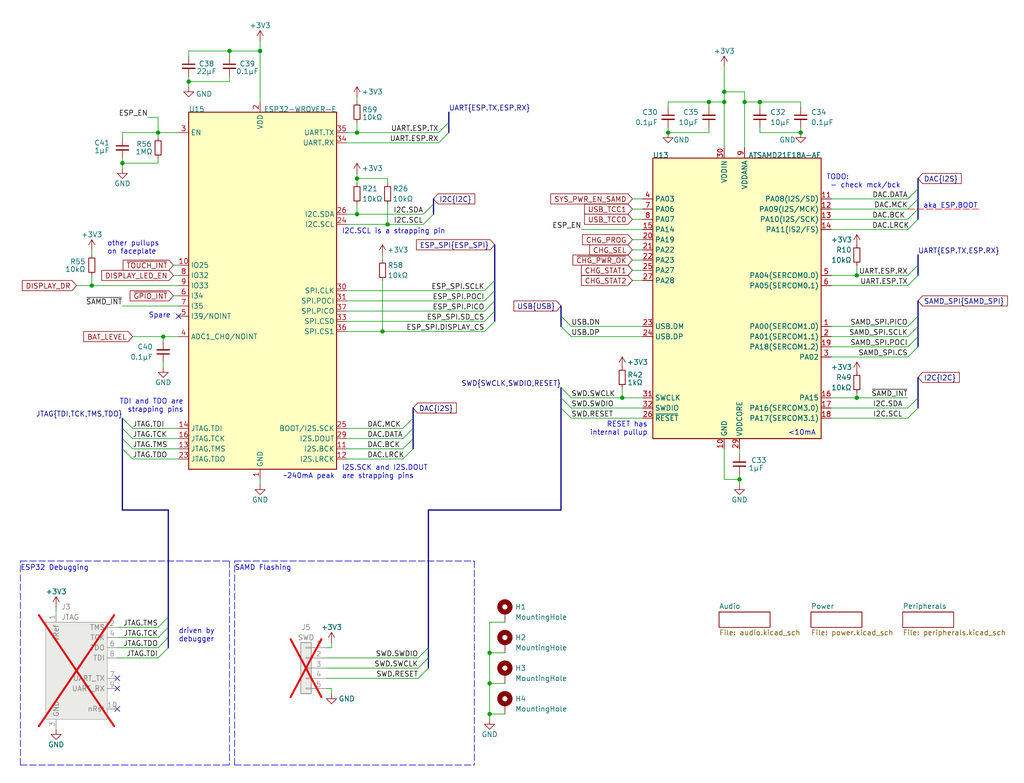
<source format=kicad_sch>
(kicad_sch (version 20231120) (generator "eeschema") (generator_version "8.0")
  (paper "User" 254.991 194.996)
  (title_block (title "TANGARA") (date "2023-12-21") (rev "4") (company "made by jacqueline") (comment 1 "SPDX-License-Identifier: CERN-OHL-S-2.0"))
  (lib_symbols
    (symbol "Connector_Generic:Conn_01x05" (pin_names (offset 1.016) hide)
      (property "Reference" "J" (at 0 7.62 0))
      (property "Value" "Conn_01x05" (at 0 -7.62 0))
      (symbol "Conn_01x05_1_1"
        (rectangle (start -1.27 -4.953) (end 0 -5.207) (stroke (width 0.1524)))
        (rectangle (start -1.27 -2.413) (end 0 -2.667) (stroke (width 0.1524)))
        (rectangle (start -1.27 0.127) (end 0 -0.127) (stroke (width 0.1524)))
        (rectangle (start -1.27 2.667) (end 0 2.413) (stroke (width 0.1524)))
        (rectangle (start -1.27 5.207) (end 0 4.953) (stroke (width 0.1524)))
        (rectangle (start -1.27 6.35) (end 1.27 -6.35) (stroke (width 0.254)) (fill (type background)))
        (pin passive line (at -5.08 5.08 0) (length 3.81) (name "Pin_1") (number "1"))
        (pin passive line (at -5.08 2.54 0) (length 3.81) (name "Pin_2") (number "2"))
        (pin passive line (at -5.08 0 0) (length 3.81) (name "Pin_3") (number "3"))
        (pin passive line (at -5.08 -2.54 0) (length 3.81) (name "Pin_4") (number "4"))
        (pin passive line (at -5.08 -5.08 0) (length 3.81) (name "Pin_5") (number "5"))
      )
    )
    (symbol "Device:C_Small" (pin_numbers hide) (pin_names (offset 0.254) hide)
      (property "Reference" "C" (at 0.254 1.778 0))
      (property "Value" "C_Small" (at 0.254 -2.032 0))
      (symbol "C_Small_0_1"
        (polyline (pts (xy -1.524 -0.508) (xy 1.524 -0.508)) (stroke (width 0.3302)))
        (polyline (pts (xy -1.524 0.508) (xy 1.524 0.508)) (stroke (width 0.3048)))
      )
      (symbol "C_Small_1_1"
        (pin passive line (at 0 2.54 270) (length 2.032) (name "~") (number "1"))
        (pin passive line (at 0 -2.54 90) (length 2.032) (name "~") (number "2"))
      )
    )
    (symbol "Device:R_Small" (pin_numbers hide) (pin_names (offset 0.254) hide)
      (property "Reference" "R" (at 0.762 0.508 0))
      (property "Value" "R_Small" (at 0.762 -1.016 0))
      (symbol "R_Small_0_1"
        (rectangle (start -0.762 1.778) (end 0.762 -1.778) (stroke (width 0.2032)))
      )
      (symbol "R_Small_1_1"
        (pin passive line (at 0 2.54 270) (length 0.762) (name "~") (number "1"))
        (pin passive line (at 0 -2.54 90) (length 0.762) (name "~") (number "2"))
      )
    )
    (symbol "Mechanical:MountingHole_Pad" (pin_numbers hide) (pin_names (offset 1.016) hide)
      (property "Reference" "H" (at 0 6.35 0))
      (property "Value" "MountingHole_Pad" (at 0 4.445 0))
      (symbol "MountingHole_Pad_0_1"
        (circle (center 0 1.27) (radius 1.27) (stroke (width 1.27)))
      )
      (symbol "MountingHole_Pad_1_1"
        (pin input line (at 0 -2.54 90) (length 2.54) (name "1") (number "1"))
      )
    )
    (symbol "power:+3V3" (power) (pin_names (offset 0))
      (property "Value" "+3V3" (at 0 3.556 0))
      (symbol "+3V3_0_1"
        (polyline (pts (xy -0.762 1.27) (xy 0 2.54)))
        (polyline (pts (xy 0 0) (xy 0 2.54)))
        (polyline (pts (xy 0 2.54) (xy 0.762 1.27)))
      )
      (symbol "+3V3_1_1"
        (pin power_in line (at 0 0 90) (length 0) hide (name "+3V3") (number "1"))
      )
    )
    (symbol "power:GND" (power) (pin_names (offset 0))
      (property "Value" "GND" (at 0 -3.81 0))
      (symbol "GND_0_1"
        (polyline (pts (xy 0 0) (xy 0 -1.27) (xy 1.27 -1.27) (xy 0 -2.54) (xy -1.27 -1.27) (xy 0 -1.27)))
      )
      (symbol "GND_1_1"
        (pin power_in line (at 0 0 270) (length 0) hide (name "GND") (number "1"))
      )
    )
    (symbol "symbols:ATSAMD21E15A-A"
      (property "Reference" "U" (at 0 15.24 0))
      (property "Value" "ATSAMD21E15A-A" (at 0 10.16 0))
      (symbol "ATSAMD21E15A-A_1_1"
        (rectangle (start -20.32 45.72) (end 21.59 -24.13) (stroke (width 0.254)) (fill (type background)))
        (pin bidirectional line (at 24.13 3.81 180) (length 2.54) (name "PA00(SERCOM1.0)") (number "1"))
        (pin power_in line (at -2.54 -26.67 90) (length 2.54) (name "GND") (number "10"))
        (pin bidirectional line (at 24.13 35.56 180) (length 2.54) (name "PA08(I2S/SD)") (number "11"))
        (pin bidirectional line (at 24.13 33.02 180) (length 2.54) (name "PA09(I2S/MCK)") (number "12"))
        (pin bidirectional line (at 24.13 30.48 180) (length 2.54) (name "PA10(I2S/SCK)") (number "13"))
        (pin bidirectional line (at 24.13 27.94 180) (length 2.54) (name "PA11(IS2/FS)") (number "14"))
        (pin bidirectional line (at -22.86 27.94 0) (length 2.54) (name "PA14") (number "15"))
        (pin bidirectional line (at 24.13 -13.97 180) (length 2.54) (name "PA15") (number "16"))
        (pin bidirectional line (at 24.13 -16.51 180) (length 2.54) (name "PA16(SERCOM3.0)") (number "17"))
        (pin bidirectional line (at 24.13 -19.05 180) (length 2.54) (name "PA17(SERCOM3.1)") (number "18"))
        (pin bidirectional line (at 24.13 -1.27 180) (length 2.54) (name "PA18(SERCOM1.2)") (number "19"))
        (pin bidirectional line (at 24.13 1.27 180) (length 2.54) (name "PA01(SERCOM1.1)") (number "2"))
        (pin bidirectional line (at -22.86 25.4 0) (length 2.54) (name "PA19") (number "20"))
        (pin bidirectional line (at -22.86 22.86 0) (length 2.54) (name "PA22") (number "21"))
        (pin bidirectional line (at -22.86 20.32 0) (length 2.54) (name "PA23") (number "22"))
        (pin bidirectional line (at -22.86 3.81 0) (length 2.54) (name "USB.DM") (number "23"))
        (pin bidirectional line (at -22.86 1.27 0) (length 2.54) (name "USB.DP") (number "24"))
        (pin bidirectional line (at -22.86 17.78 0) (length 2.54) (name "PA27") (number "25"))
        (pin input line (at -22.86 -19.05 0) (length 2.54) (name "~{RESET}") (number "26"))
        (pin bidirectional line (at -22.86 15.24 0) (length 2.54) (name "PA28") (number "27"))
        (pin power_in line (at -2.54 -26.67 90) (length 2.54) hide (name "GND") (number "28"))
        (pin power_out line (at 1.27 -26.67 90) (length 2.54) (name "VDDCORE") (number "29"))
        (pin bidirectional line (at 24.13 -3.81 180) (length 2.54) (name "PA02") (number "3"))
        (pin power_in line (at -2.54 48.26 270) (length 2.54) (name "VDDIN") (number "30"))
        (pin bidirectional line (at -22.86 -13.97 0) (length 2.54) (name "SWCLK") (number "31"))
        (pin bidirectional line (at -22.86 -16.51 0) (length 2.54) (name "SWDIO") (number "32"))
        (pin bidirectional line (at -22.86 35.56 0) (length 2.54) (name "PA03") (number "4"))
        (pin bidirectional line (at 24.13 16.51 180) (length 2.54) (name "PA04(SERCOM0.0)") (number "5"))
        (pin bidirectional line (at 24.13 13.97 180) (length 2.54) (name "PA05(SERCOM0.1)") (number "6"))
        (pin bidirectional line (at -22.86 33.02 0) (length 2.54) (name "PA06") (number "7"))
        (pin bidirectional line (at -22.86 30.48 0) (length 2.54) (name "PA07") (number "8"))
        (pin power_in line (at 2.54 48.26 270) (length 2.54) (name "VDDANA") (number "9"))
      )
    )
    (symbol "symbols:BMDU"
      (property "Reference" "U" (at -5.08 6.35 0))
      (property "Value" "BMDU" (at -5.08 6.35 0))
      (symbol "BMDU_0_0"
        (pin power_in line (at -5.08 20.32 270) (length 2.54) (name "vRef") (number "1"))
        (pin output line (at 10.16 -3.81 180) (length 2.54) (name "nRst") (number "10"))
        (pin output line (at 10.16 16.51 180) (length 2.54) (name "TMS") (number "2"))
        (pin power_in line (at -5.08 -8.89 90) (length 2.54) (name "GND") (number "3"))
        (pin output line (at 10.16 13.97 180) (length 2.54) (name "TCK") (number "4"))
        (pin power_in line (at -5.08 -8.89 90) (length 2.54) hide (name "GND") (number "5"))
        (pin output line (at 10.16 11.43 180) (length 2.54) (name "TDO") (number "6"))
        (pin output line (at 10.16 3.81 180) (length 2.54) (name "UART_TX") (number "7"))
        (pin input line (at 10.16 8.89 180) (length 2.54) (name "TDI") (number "8"))
        (pin input line (at 10.16 1.27 180) (length 2.54) (name "UART_RX") (number "9"))
      )
      (symbol "BMDU_0_1"
        (rectangle (start -7.62 17.78) (end 7.62 -6.35) (fill (type background)))
      )
    )
    (symbol "symbols:ESP32-WROOM"
      (property "Reference" "U" (at -17.78 34.29 0))
      (property "Value" "ESP32-WROOM" (at -3.81 34.29 0))
      (symbol "ESP32-WROOM_0_1"
        (rectangle (start -17.78 33.02) (end 19.05 -55.88) (stroke (width 0.254)) (fill (type background)))
      )
      (symbol "ESP32-WROOM_1_1"
        (pin power_in line (at 0 -58.42 90) (length 2.54) (name "GND") (number "1"))
        (pin bidirectional line (at -20.32 -5.08 0) (length 2.54) (name "IO25") (number "10"))
        (pin bidirectional line (at 21.59 -50.8 180) (length 2.54) (name "I2S.BCK") (number "11"))
        (pin bidirectional line (at 21.59 -53.34 180) (length 2.54) (name "I2S.LRCK") (number "12"))
        (pin bidirectional line (at -20.32 -50.8 0) (length 2.54) (name "JTAG.TMS") (number "13"))
        (pin bidirectional line (at -20.32 -45.72 0) (length 2.54) (name "JTAG.TDI") (number "14"))
        (pin power_in line (at 0 -58.42 90) (length 2.54) hide (name "GND") (number "15"))
        (pin bidirectional line (at -20.32 -48.26 0) (length 2.54) (name "JTAG.TCK") (number "16"))
        (pin no_connect line (at -17.78 16.51 0) (length 2.54) hide (name "SHD/SD2") (number "17"))
        (pin no_connect line (at -17.78 13.97 0) (length 2.54) hide (name "SWP/SD3") (number "18"))
        (pin no_connect line (at -17.78 8.89 0) (length 2.54) hide (name "SCS/CMD") (number "19"))
        (pin power_in line (at 0 35.56 270) (length 2.54) (name "VDD") (number "2"))
        (pin no_connect line (at -17.78 11.43 0) (length 2.54) hide (name "SCK/CLK") (number "20"))
        (pin no_connect line (at -17.78 21.59 0) (length 2.54) hide (name "SDO/SD0") (number "21"))
        (pin no_connect line (at -17.78 19.05 0) (length 2.54) hide (name "SDI/SD1") (number "22"))
        (pin bidirectional line (at -20.32 -53.34 0) (length 2.54) (name "JTAG.TDO") (number "23"))
        (pin bidirectional line (at 21.59 5.08 180) (length 2.54) (name "I2C.SCL") (number "24"))
        (pin bidirectional line (at 21.59 -45.72 180) (length 2.54) (name "BOOT/I2S.SCK") (number "25"))
        (pin bidirectional line (at 21.59 7.62 180) (length 2.54) (name "I2C.SDA") (number "26"))
        (pin no_connect line (at -17.78 6.35 0) (length 2.54) hide (name "IO16") (number "27"))
        (pin no_connect line (at -17.78 3.81 0) (length 2.54) hide (name "IO17") (number "28"))
        (pin bidirectional line (at 21.59 -48.26 180) (length 2.54) (name "I2S.DOUT") (number "29"))
        (pin input line (at -20.32 27.94 0) (length 2.54) (name "EN") (number "3"))
        (pin bidirectional line (at 21.59 -11.43 180) (length 2.54) (name "SPI.CLK") (number "30"))
        (pin bidirectional line (at 21.59 -13.97 180) (length 2.54) (name "SPI.POCI") (number "31"))
        (pin no_connect line (at -17.78 1.27 0) (length 2.54) hide (name "NC") (number "32"))
        (pin bidirectional line (at 21.59 -19.05 180) (length 2.54) (name "SPI.CS0") (number "33"))
        (pin bidirectional line (at 21.59 25.4 180) (length 2.54) (name "UART.RX") (number "34"))
        (pin bidirectional line (at 21.59 27.94 180) (length 2.54) (name "UART.TX") (number "35"))
        (pin bidirectional line (at 21.59 -21.59 180) (length 2.54) (name "SPI.CS1") (number "36"))
        (pin bidirectional line (at 21.59 -16.51 180) (length 2.54) (name "SPI.PICO") (number "37"))
        (pin power_in line (at 0 -58.42 90) (length 2.54) hide (name "GND") (number "38"))
        (pin power_in line (at 0 -58.42 90) (length 2.54) hide (name "GND") (number "39"))
        (pin input line (at -20.32 -22.86 0) (length 2.54) (name "ADC1_CH0/NOINT") (number "4"))
        (pin input line (at -20.32 -17.78 0) (length 2.54) (name "I39/NOINT") (number "5"))
        (pin input line (at -20.32 -12.7 0) (length 2.54) (name "I34") (number "6"))
        (pin input line (at -20.32 -15.24 0) (length 2.54) (name "I35") (number "7"))
        (pin bidirectional line (at -20.32 -7.62 0) (length 2.54) (name "IO32") (number "8"))
        (pin bidirectional line (at -20.32 -10.16 0) (length 2.54) (name "IO33") (number "9"))
      )
    )
  )
  (bus_alias "ESP_SPI" (members "SCLK" "POCI" "PICO" "SD_CS" "DISPLAY_CS"))
  (bus_alias "I2C" (members "SDA" "SCL"))
  (bus_alias "I2S" (members "MCK" "BCK" "LRCK" "DATA"))
  (bus_alias "SAMD_SPI" (members "SCLK" "POCI" "PICO" "CS"))
  (bus_alias "USB" (members "DN" "DP"))
  (junction (at 96.52 55.88))
  (junction (at 213.36 68.58))
  (junction (at 88.9 33.02))
  (junction (at 88.9 44.45))
  (junction (at 57.15 12.7))
  (junction (at 180.34 22.86))
  (junction (at 64.77 12.7))
  (junction (at 22.86 71.12))
  (junction (at 185.42 25.4))
  (junction (at 88.9 53.34))
  (junction (at 199.39 33.02))
  (junction (at 213.36 99.06))
  (junction (at 40.64 83.82))
  (junction (at 154.94 99.06))
  (junction (at 30.48 40.64))
  (junction (at 176.53 25.4))
  (junction (at 184.15 119.38))
  (junction (at 39.37 33.02))
  (junction (at 46.99 20.32))
  (junction (at 121.92 162.56))
  (junction (at 189.23 25.4))
  (junction (at 180.34 25.4))
  (junction (at 95.25 82.55))
  (junction (at 166.37 33.02))
  (junction (at 121.92 177.8))
  (junction (at 121.92 170.18))
  (no_connect (at 44.45 78.74))
  (no_connect (at 29.21 176.53))
  (no_connect (at 29.21 168.91))
  (no_connect (at 29.21 171.45))
  (bus_entry (at 226.06 81.28) (size 2.54 -2.54))
  (bus_entry (at 226.06 104.14) (size 2.54 -2.54))
  (bus_entry (at 102.87 104.14) (size -2.54 2.54))
  (bus_entry (at 226.06 54.61) (size 2.54 -2.54))
  (bus_entry (at 139.7 96.52) (size 2.54 2.54))
  (bus_entry (at 139.7 99.06) (size 2.54 2.54))
  (bus_entry (at 139.7 101.6) (size 2.54 2.54))
  (bus_entry (at 226.06 83.82) (size 2.54 -2.54))
  (bus_entry (at 30.48 111.76) (size 2.54 2.54))
  (bus_entry (at 228.6 46.99) (size -2.54 2.54))
  (bus_entry (at 30.48 104.14) (size 2.54 2.54))
  (bus_entry (at 30.48 106.68) (size 2.54 2.54))
  (bus_entry (at 30.48 109.22) (size 2.54 2.54))
  (bus_entry (at 226.06 101.6) (size 2.54 -2.54))
  (bus_entry (at 104.14 163.83) (size 2.54 -2.54))
  (bus_entry (at 226.06 52.07) (size 2.54 -2.54))
  (bus_entry (at 120.65 74.93) (size 2.54 -2.54))
  (bus_entry (at 120.65 72.39) (size 2.54 -2.54))
  (bus_entry (at 120.65 77.47) (size 2.54 -2.54))
  (bus_entry (at 120.65 82.55) (size 2.54 -2.54))
  (bus_entry (at 120.65 80.01) (size 2.54 -2.54))
  (bus_entry (at 109.22 35.56) (size 2.54 -2.54))
  (bus_entry (at 109.22 33.02) (size 2.54 -2.54))
  (bus_entry (at 226.06 86.36) (size 2.54 -2.54))
  (bus_entry (at 39.37 158.75) (size 2.54 -2.54))
  (bus_entry (at 39.37 161.29) (size 2.54 -2.54))
  (bus_entry (at 39.37 156.21) (size 2.54 -2.54))
  (bus_entry (at 39.37 163.83) (size 2.54 -2.54))
  (bus_entry (at 104.14 168.91) (size 2.54 -2.54))
  (bus_entry (at 100.33 109.22) (size 2.54 -2.54))
  (bus_entry (at 100.33 114.3) (size 2.54 -2.54))
  (bus_entry (at 100.33 111.76) (size 2.54 -2.54))
  (bus_entry (at 226.06 57.15) (size 2.54 -2.54))
  (bus_entry (at 105.41 53.34) (size 2.54 -2.54))
  (bus_entry (at 105.41 55.88) (size 2.54 -2.54))
  (bus_entry (at 226.06 68.58) (size 2.54 -2.54))
  (bus_entry (at 226.06 71.12) (size 2.54 -2.54))
  (bus_entry (at 104.14 166.37) (size 2.54 -2.54))
  (bus_entry (at 226.06 88.9) (size 2.54 -2.54))
  (bus_entry (at 139.7 81.28) (size 2.54 2.54))
  (bus_entry (at 139.7 78.74) (size 2.54 2.54))
  (bus (pts (xy 30.48 104.14) (xy 30.48 106.68)))
  (wire (pts (xy 180.34 119.38) (xy 184.15 119.38)))
  (bus (pts (xy 228.6 66.04) (xy 228.6 68.58)))
  (wire (pts (xy 39.37 39.37) (xy 39.37 40.64)))
  (wire (pts (xy 207.01 99.06) (xy 213.36 99.06)))
  (wire (pts (xy 189.23 33.02) (xy 189.23 31.75)))
  (wire (pts (xy 121.92 162.56) (xy 121.92 170.18)))
  (bus (pts (xy 102.87 104.14) (xy 102.87 106.68)))
  (wire (pts (xy 33.02 83.82) (xy 40.64 83.82)))
  (wire (pts (xy 95.25 63.5) (xy 95.25 64.77)))
  (wire (pts (xy 154.94 99.06) (xy 160.02 99.06)))
  (wire (pts (xy 19.05 71.12) (xy 22.86 71.12)))
  (polyline (pts (xy 118.11 139.7) (xy 118.11 190.5)) (stroke (width 0) (type dash)))
  (wire (pts (xy 142.24 83.82) (xy 160.02 83.82)))
  (bus (pts (xy 41.91 153.67) (xy 41.91 156.21)))
  (wire (pts (xy 199.39 25.4) (xy 199.39 26.67)))
  (wire (pts (xy 81.28 166.37) (xy 104.14 166.37)))
  (wire (pts (xy 57.15 12.7) (xy 64.77 12.7)))
  (wire (pts (xy 86.36 72.39) (xy 120.65 72.39)))
  (wire (pts (xy 207.01 81.28) (xy 226.06 81.28)))
  (wire (pts (xy 125.73 154.94) (xy 121.92 154.94)))
  (wire (pts (xy 142.24 99.06) (xy 154.94 99.06)))
  (wire (pts (xy 40.64 85.09) (xy 40.64 83.82)))
  (bus (pts (xy 139.7 76.2) (xy 139.7 78.74)))
  (wire (pts (xy 30.48 40.64) (xy 39.37 40.64)))
  (wire (pts (xy 82.55 160.02) (xy 82.55 161.29)))
  (bus (pts (xy 102.87 106.68) (xy 102.87 109.22)))
  (bus (pts (xy 139.7 96.52) (xy 139.7 99.06)))
  (wire (pts (xy 207.01 71.12) (xy 226.06 71.12)))
  (bus (pts (xy 111.76 30.48) (xy 111.76 33.02)))
  (wire (pts (xy 157.48 64.77) (xy 160.02 64.77)))
  (wire (pts (xy 176.53 25.4) (xy 166.37 25.4)))
  (wire (pts (xy 30.48 39.37) (xy 30.48 40.64)))
  (polyline (pts (xy 58.42 139.7) (xy 118.11 139.7)) (stroke (width 0) (type dash)))
  (wire (pts (xy 36.83 29.21) (xy 39.37 29.21)))
  (wire (pts (xy 207.01 104.14) (xy 226.06 104.14)))
  (wire (pts (xy 157.48 49.53) (xy 160.02 49.53)))
  (wire (pts (xy 142.24 81.28) (xy 160.02 81.28)))
  (wire (pts (xy 64.77 12.7) (xy 64.77 25.4)))
  (wire (pts (xy 180.34 22.86) (xy 180.34 25.4)))
  (wire (pts (xy 82.55 172.72) (xy 82.55 171.45)))
  (bus (pts (xy 228.6 74.93) (xy 228.6 78.74)))
  (wire (pts (xy 157.48 69.85) (xy 160.02 69.85)))
  (wire (pts (xy 121.92 177.8) (xy 121.92 179.07)))
  (wire (pts (xy 185.42 25.4) (xy 185.42 36.83)))
  (wire (pts (xy 95.25 82.55) (xy 120.65 82.55)))
  (wire (pts (xy 33.02 109.22) (xy 44.45 109.22)))
  (wire (pts (xy 157.48 67.31) (xy 160.02 67.31)))
  (wire (pts (xy 13.97 151.13) (xy 13.97 152.4)))
  (bus (pts (xy 228.6 81.28) (xy 228.6 83.82)))
  (wire (pts (xy 81.28 168.91) (xy 104.14 168.91)))
  (wire (pts (xy 64.77 10.16) (xy 64.77 12.7)))
  (bus (pts (xy 139.7 99.06) (xy 139.7 101.6)))
  (bus (pts (xy 106.68 163.83) (xy 106.68 166.37)))
  (wire (pts (xy 154.94 96.52) (xy 154.94 99.06)))
  (wire (pts (xy 33.02 106.68) (xy 44.45 106.68)))
  (wire (pts (xy 22.86 62.23) (xy 22.86 63.5)))
  (polyline (pts (xy 5.08 190.5) (xy 5.08 139.7)) (stroke (width 0) (type dash)))
  (wire (pts (xy 207.01 54.61) (xy 226.06 54.61)))
  (wire (pts (xy 33.02 111.76) (xy 44.45 111.76)))
  (wire (pts (xy 46.99 21.59) (xy 46.99 20.32)))
  (bus (pts (xy 228.6 52.07) (xy 228.6 54.61)))
  (wire (pts (xy 176.53 25.4) (xy 176.53 26.67)))
  (wire (pts (xy 57.15 19.05) (xy 57.15 20.32)))
  (wire (pts (xy 46.99 12.7) (xy 46.99 13.97)))
  (wire (pts (xy 207.01 52.07) (xy 226.06 52.07)))
  (wire (pts (xy 166.37 25.4) (xy 166.37 26.67)))
  (bus (pts (xy 123.19 77.47) (xy 123.19 74.93)))
  (wire (pts (xy 86.36 114.3) (xy 100.33 114.3)))
  (wire (pts (xy 88.9 50.8) (xy 88.9 53.34)))
  (wire (pts (xy 189.23 33.02) (xy 199.39 33.02)))
  (bus (pts (xy 102.87 109.22) (xy 102.87 111.76)))
  (wire (pts (xy 142.24 101.6) (xy 160.02 101.6)))
  (bus (pts (xy 139.7 101.6) (xy 139.7 127)))
  (bus (pts (xy 228.6 49.53) (xy 228.6 52.07)))
  (wire (pts (xy 29.21 158.75) (xy 39.37 158.75)))
  (bus (pts (xy 30.48 109.22) (xy 30.48 111.76)))
  (wire (pts (xy 46.99 12.7) (xy 57.15 12.7)))
  (wire (pts (xy 33.02 114.3) (xy 44.45 114.3)))
  (wire (pts (xy 88.9 30.48) (xy 88.9 33.02)))
  (wire (pts (xy 95.25 69.85) (xy 95.25 82.55)))
  (bus (pts (xy 228.6 44.45) (xy 228.6 46.99)))
  (bus (pts (xy 228.6 93.98) (xy 228.6 99.06)))
  (wire (pts (xy 86.36 53.34) (xy 88.9 53.34)))
  (wire (pts (xy 185.42 22.86) (xy 185.42 25.4)))
  (wire (pts (xy 86.36 77.47) (xy 120.65 77.47)))
  (bus (pts (xy 139.7 78.74) (xy 139.7 81.28)))
  (polyline (pts (xy 58.42 190.5) (xy 58.42 139.7)) (stroke (width 0) (type dash)))
  (wire (pts (xy 29.21 161.29) (xy 39.37 161.29)))
  (bus (pts (xy 228.6 63.5) (xy 228.6 66.04)))
  (wire (pts (xy 157.48 54.61) (xy 160.02 54.61)))
  (wire (pts (xy 184.15 118.11) (xy 184.15 119.38)))
  (wire (pts (xy 29.21 163.83) (xy 39.37 163.83)))
  (wire (pts (xy 121.92 154.94) (xy 121.92 162.56)))
  (bus (pts (xy 139.7 127) (xy 106.68 127)))
  (wire (pts (xy 88.9 24.13) (xy 88.9 25.4)))
  (wire (pts (xy 226.06 68.58) (xy 213.36 68.58)))
  (polyline (pts (xy 58.42 190.5) (xy 118.11 190.5)) (stroke (width 0) (type dash)))
  (wire (pts (xy 81.28 163.83) (xy 104.14 163.83)))
  (wire (pts (xy 144.78 57.15) (xy 160.02 57.15)))
  (wire (pts (xy 43.18 66.04) (xy 44.45 66.04)))
  (wire (pts (xy 86.36 33.02) (xy 88.9 33.02)))
  (wire (pts (xy 88.9 53.34) (xy 105.41 53.34)))
  (wire (pts (xy 199.39 31.75) (xy 199.39 33.02)))
  (wire (pts (xy 180.34 22.86) (xy 185.42 22.86)))
  (bus (pts (xy 228.6 46.99) (xy 228.6 49.53)))
  (wire (pts (xy 64.77 119.38) (xy 64.77 120.65)))
  (wire (pts (xy 180.34 16.51) (xy 180.34 22.86)))
  (wire (pts (xy 29.21 156.21) (xy 39.37 156.21)))
  (bus (pts (xy 123.19 60.96) (xy 123.19 69.85)))
  (wire (pts (xy 30.48 40.64) (xy 30.48 41.91)))
  (wire (pts (xy 166.37 31.75) (xy 166.37 33.02)))
  (bus (pts (xy 123.19 80.01) (xy 123.19 77.47)))
  (wire (pts (xy 121.92 170.18) (xy 121.92 177.8)))
  (bus (pts (xy 123.19 74.93) (xy 123.19 72.39)))
  (bus (pts (xy 107.95 50.8) (xy 107.95 53.34)))
  (wire (pts (xy 30.48 33.02) (xy 39.37 33.02)))
  (bus (pts (xy 111.76 27.94) (xy 111.76 30.48)))
  (wire (pts (xy 207.01 101.6) (xy 226.06 101.6)))
  (wire (pts (xy 213.36 97.79) (xy 213.36 99.06)))
  (wire (pts (xy 22.86 68.58) (xy 22.86 71.12)))
  (wire (pts (xy 88.9 33.02) (xy 109.22 33.02)))
  (wire (pts (xy 88.9 45.72) (xy 88.9 44.45)))
  (wire (pts (xy 180.34 111.76) (xy 180.34 119.38)))
  (wire (pts (xy 86.36 82.55) (xy 95.25 82.55)))
  (wire (pts (xy 86.36 55.88) (xy 96.52 55.88)))
  (wire (pts (xy 30.48 34.29) (xy 30.48 33.02)))
  (polyline (pts (xy 5.08 139.7) (xy 57.15 139.7)) (stroke (width 0) (type dash)))
  (wire (pts (xy 22.86 71.12) (xy 44.45 71.12)))
  (wire (pts (xy 86.36 106.68) (xy 100.33 106.68)))
  (bus (pts (xy 123.19 72.39) (xy 123.19 69.85)))
  (polyline (pts (xy 226.06 52.07) (xy 243.84 52.07)) (stroke (width 0) (type dash) (color 255 6 6 1)))
  (wire (pts (xy 86.36 109.22) (xy 100.33 109.22)))
  (wire (pts (xy 96.52 50.8) (xy 96.52 55.88)))
  (wire (pts (xy 43.18 68.58) (xy 44.45 68.58)))
  (wire (pts (xy 207.01 57.15) (xy 226.06 57.15)))
  (wire (pts (xy 180.34 25.4) (xy 180.34 36.83)))
  (wire (pts (xy 157.48 52.07) (xy 160.02 52.07)))
  (wire (pts (xy 185.42 25.4) (xy 189.23 25.4)))
  (wire (pts (xy 157.48 59.69) (xy 160.02 59.69)))
  (bus (pts (xy 106.68 127) (xy 106.68 161.29)))
  (wire (pts (xy 226.06 88.9) (xy 207.01 88.9)))
  (bus (pts (xy 228.6 83.82) (xy 228.6 86.36)))
  (bus (pts (xy 41.91 156.21) (xy 41.91 158.75)))
  (wire (pts (xy 121.92 170.18) (xy 125.73 170.18)))
  (wire (pts (xy 88.9 43.18) (xy 88.9 44.45)))
  (wire (pts (xy 189.23 25.4) (xy 199.39 25.4)))
  (wire (pts (xy 121.92 177.8) (xy 125.73 177.8)))
  (wire (pts (xy 88.9 44.45) (xy 96.52 44.45)))
  (wire (pts (xy 40.64 83.82) (xy 44.45 83.82)))
  (bus (pts (xy 107.95 49.53) (xy 107.95 50.8)))
  (wire (pts (xy 82.55 171.45) (xy 81.28 171.45)))
  (wire (pts (xy 46.99 20.32) (xy 57.15 20.32)))
  (wire (pts (xy 176.53 33.02) (xy 176.53 31.75)))
  (wire (pts (xy 82.55 161.29) (xy 81.28 161.29)))
  (bus (pts (xy 30.48 106.68) (xy 30.48 109.22)))
  (wire (pts (xy 207.01 49.53) (xy 226.06 49.53)))
  (wire (pts (xy 57.15 12.7) (xy 57.15 13.97)))
  (bus (pts (xy 102.87 101.6) (xy 102.87 104.14)))
  (wire (pts (xy 39.37 33.02) (xy 44.45 33.02)))
  (bus (pts (xy 30.48 111.76) (xy 30.48 127)))
  (wire (pts (xy 207.01 83.82) (xy 226.06 83.82)))
  (wire (pts (xy 180.34 25.4) (xy 176.53 25.4)))
  (wire (pts (xy 184.15 113.03) (xy 184.15 111.76)))
  (wire (pts (xy 46.99 20.32) (xy 46.99 19.05)))
  (wire (pts (xy 157.48 62.23) (xy 160.02 62.23)))
  (wire (pts (xy 213.36 99.06) (xy 226.06 99.06)))
  (wire (pts (xy 39.37 34.29) (xy 39.37 33.02)))
  (bus (pts (xy 30.48 127) (xy 41.91 127)))
  (wire (pts (xy 184.15 119.38) (xy 184.15 120.65)))
  (wire (pts (xy 86.36 35.56) (xy 109.22 35.56)))
  (wire (pts (xy 189.23 25.4) (xy 189.23 26.67)))
  (bus (pts (xy 228.6 78.74) (xy 228.6 81.28)))
  (wire (pts (xy 96.52 55.88) (xy 105.41 55.88)))
  (wire (pts (xy 86.36 80.01) (xy 120.65 80.01)))
  (wire (pts (xy 226.06 86.36) (xy 207.01 86.36)))
  (wire (pts (xy 213.36 68.58) (xy 207.01 68.58)))
  (wire (pts (xy 86.36 111.76) (xy 100.33 111.76)))
  (polyline (pts (xy 5.08 190.5) (xy 57.15 190.5)) (stroke (width 0) (type dash)))
  (wire (pts (xy 43.18 73.66) (xy 44.45 73.66)))
  (wire (pts (xy 176.53 33.02) (xy 166.37 33.02)))
  (wire (pts (xy 213.36 66.04) (xy 213.36 68.58)))
  (wire (pts (xy 121.92 162.56) (xy 125.73 162.56)))
  (wire (pts (xy 40.64 91.44) (xy 40.64 90.17)))
  (polyline (pts (xy 57.15 139.7) (xy 57.15 190.5)) (stroke (width 0) (type dash)))
  (wire (pts (xy 86.36 74.93) (xy 120.65 74.93)))
  (bus (pts (xy 106.68 161.29) (xy 106.68 163.83)))
  (wire (pts (xy 30.48 76.2) (xy 44.45 76.2)))
  (bus (pts (xy 41.91 127) (xy 41.91 153.67)))
  (wire (pts (xy 142.24 104.14) (xy 160.02 104.14)))
  (bus (pts (xy 228.6 99.06) (xy 228.6 101.6)))
  (bus (pts (xy 41.91 158.75) (xy 41.91 161.29)))
  (wire (pts (xy 39.37 33.02) (xy 39.37 29.21)))
  (wire (pts (xy 96.52 44.45) (xy 96.52 45.72)))
  (text "<10mA" (at 196.215 108.585 0) (effects (font (size 1.27 1.27)) (justify left bottom)))
  (text "driven by\ndebugger" (at 44.45 160.02 0) (effects (font (size 1.27 1.27)) (justify left bottom)))
  (text "~240mA peak" (at 70.485 119.38 0) (effects (font (size 1.27 1.27)) (justify left bottom)))
  (text "Spare" (at 42.545 79.375 0) (effects (font (size 1.27 1.27)) (justify right bottom)))
  (text "TODO:\n - check mck/bck" (at 205.74 46.99 0) (effects (font (size 1.27 1.27)) (justify left bottom)))
  (text "RESET has\ninternal pullup" (at 161.29 108.585 0) (effects (font (size 1.27 1.27)) (justify right bottom)))
  (text "SAMD Flashing" (at 58.42 142.24 0) (effects (font (size 1.27 1.27)) (justify left bottom)))
  (text "aka ESP.BOOT" (at 229.87 52.07 0) (effects (font (size 1.27 1.27)) (justify left bottom)))
  (text "I2S.SCK and I2S.DOUT\nare strapping pins" (at 85.09 119.38 0) (effects (font (size 1.27 1.27)) (justify left bottom)))
  (text "ESP32 Debugging" (at 5.08 142.24 0) (effects (font (size 1.27 1.27)) (justify left bottom)))
  (text "other pullups\non faceplate" (at 26.67 63.5 0) (effects (font (size 1.27 1.27)) (justify left bottom)))
  (text "I2C.SCL is a strapping pin" (at 85.09 58.42 0) (effects (font (size 1.27 1.27)) (justify left bottom)))
  (text "TDI and TDO are\nstrapping pins" (at 45.72 102.87 0) (effects (font (size 1.27 1.27)) (justify right bottom)))
  (label "DAC.LRCK" (at 217.17 57.15 0))
  (label "UART.ESP.TX" (at 109.22 33.02 180))
  (label "DAC.BCK" (at 91.44 111.76 0))
  (label "UART.ESP.TX" (at 226.06 71.12 180))
  (label "JTAG.TCK" (at 39.37 158.75 180))
  (label "UART.ESP.RX" (at 226.06 68.58 180))
  (label "ESP_SPI.DISPLAY_CS" (at 120.65 82.55 180))
  (label "DAC.MCK" (at 91.44 106.68 0))
  (label "I2C.SDA" (at 105.41 53.34 180))
  (label "SWD.SWCLK" (at 142.24 99.06 0))
  (label "ESP_SPI.SCLK" (at 120.65 72.39 180))
  (label "JTAG.TDO" (at 39.37 161.29 180))
  (label "JTAG.TCK" (at 33.02 109.22 0))
  (label "SWD.RESET" (at 142.24 104.14 0))
  (label "SWD{SWCLK,SWDIO,RESET}" (at 139.7 96.52 180))
  (label "SWD.SWDIO" (at 142.24 101.6 0))
  (label "SWD.RESET" (at 104.14 168.91 180))
  (label "JTAG.TDO" (at 33.02 114.3 0))
  (label "I2C.SCL" (at 105.41 55.88 180))
  (label "UART{ESP.TX,ESP.RX}" (at 228.6 63.5 0))
  (label "ESP_SPI.POCI" (at 120.65 74.93 180))
  (label "SAMD_SPI.CS" (at 226.06 88.9 180))
  (label "UART{ESP.TX,ESP.RX}" (at 111.76 27.94 0))
  (label "DAC.BCK" (at 217.17 54.61 0))
  (label "ESP_EN" (at 144.78 57.15 180))
  (label "SAMD_SPI.POCI" (at 226.06 86.36 180))
  (label "~{SAMD_INT}" (at 30.48 76.2 180))
  (label "JTAG{TDI,TCK,TMS,TDO}" (at 30.48 104.14 180))
  (label "~{SAMD_INT}" (at 226.06 99.06 180))
  (label "ESP_SPI.PICO" (at 120.65 77.47 180))
  (label "DAC.DATA" (at 91.44 109.22 0))
  (label "UART.ESP.RX" (at 109.22 35.56 180))
  (label "JTAG.TDI" (at 39.37 163.83 180))
  (label "I2C.SDA" (at 224.79 101.6 180))
  (label "SWD.SWCLK" (at 104.14 166.37 180))
  (label "SWD.SWDIO" (at 104.14 163.83 180))
  (label "I2C.SCL" (at 224.79 104.14 180))
  (label "DAC.MCK" (at 226.06 52.07 180))
  (label "USB.DN" (at 142.24 81.28 0))
  (label "USB.DP" (at 142.24 83.82 0))
  (label "ESP_EN" (at 36.83 29.21 180))
  (label "JTAG.TDI" (at 33.02 106.68 0))
  (label "JTAG.TMS" (at 39.37 156.21 180))
  (label "SAMD_SPI.SCLK" (at 226.06 83.82 180))
  (label "DAC.DATA" (at 226.06 49.53 180))
  (label "JTAG.TMS" (at 33.02 111.76 0))
  (label "DAC.LRCK" (at 91.44 114.3 0))
  (label "ESP_SPI.SD_CS" (at 120.65 80.01 180))
  (label "SAMD_SPI.PICO" (at 226.06 81.28 180))
  (global_label "USB_TCC1" (shape input) (at 157.48 52.07 180) (property "Intersheetrefs" "${INTERSHEET_REFS}" (effects (hide yes))))
  (global_label "CHG_SEL" (shape input) (at 157.48 62.23 180) (property "Intersheetrefs" "${INTERSHEET_REFS}" (effects (hide yes))))
  (global_label "~{GPIO_INT}" (shape input) (at 43.18 73.66 180) (property "Intersheetrefs" "${INTERSHEET_REFS}" (effects (hide yes))))
  (global_label "USB_TCC0" (shape input) (at 157.48 54.61 180) (property "Intersheetrefs" "${INTERSHEET_REFS}" (effects (hide yes))))
  (global_label "DAC{I2S}" (shape input) (at 228.6 44.45 0) (property "Intersheetrefs" "${INTERSHEET_REFS}" (effects (hide yes))))
  (global_label "~{CHG_PWR_OK}" (shape input) (at 157.48 64.77 180) (property "Intersheetrefs" "${INTERSHEET_REFS}" (effects (hide yes))))
  (global_label "BAT_LEVEL" (shape input) (at 33.02 83.82 180) (property "Intersheetrefs" "${INTERSHEET_REFS}" (effects (hide yes))))
  (global_label "USB{USB}" (shape input) (at 139.7 76.2 180) (property "Intersheetrefs" "${INTERSHEET_REFS}" (effects (hide yes))))
  (global_label "DISPLAY_LED_EN" (shape input) (at 43.18 68.58 180) (property "Intersheetrefs" "${INTERSHEET_REFS}" (effects (hide yes))))
  (global_label "CHG_PROG" (shape input) (at 157.48 59.69 180) (property "Intersheetrefs" "${INTERSHEET_REFS}" (effects (hide yes))))
  (global_label "CHG_STAT2" (shape input) (at 157.48 69.85 180) (property "Intersheetrefs" "${INTERSHEET_REFS}" (effects (hide yes))))
  (global_label "CHG_STAT1" (shape input) (at 157.48 67.31 180) (property "Intersheetrefs" "${INTERSHEET_REFS}" (effects (hide yes))))
  (global_label "SAMD_SPI{SAMD_SPI}" (shape input) (at 228.6 74.93 0) (property "Intersheetrefs" "${INTERSHEET_REFS}" (effects (hide yes))))
  (global_label "I2C{I2C}" (shape input) (at 107.95 49.53 0) (property "Intersheetrefs" "${INTERSHEET_REFS}" (effects (hide yes))))
  (global_label "DISPLAY_DR" (shape input) (at 19.05 71.12 180) (property "Intersheetrefs" "${INTERSHEET_REFS}" (effects (hide yes))))
  (global_label "DAC{I2S}" (shape input) (at 102.87 101.6 0) (property "Intersheetrefs" "${INTERSHEET_REFS}" (effects (hide yes))))
  (global_label "SYS_PWR_EN_SAMD" (shape input) (at 157.48 49.53 180) (property "Intersheetrefs" "${INTERSHEET_REFS}" (effects (hide yes))))
  (global_label "~{TOUCH_INT}" (shape input) (at 43.18 66.04 180) (property "Intersheetrefs" "${INTERSHEET_REFS}" (effects (hide yes))))
  (global_label "I2C{I2C}" (shape input) (at 228.6 93.98 0) (property "Intersheetrefs" "${INTERSHEET_REFS}" (effects (hide yes))))
  (global_label "ESP_SPI{ESP_SPI}" (shape input) (at 123.19 60.96 180) (property "Intersheetrefs" "${INTERSHEET_REFS}" (effects (hide yes))))
  (symbol (lib_id "Device:R_Small") (at 88.9 48.26 0) (unit 1)
    (property "Reference" "R21" (at 90.17 46.99 0) (effects (justify left)))
    (property "Value" "10kΩ" (at 90.17 49.53 0) (effects (justify left)))
    (property "Footprint" "Resistor_SMD:R_0603_1608Metric" (effects (hide yes)))
    (property "MPN" "AC0603JR-0710KL" (effects (hide yes)))
  )
  (symbol (lib_id "power:+3V3") (at 13.97 151.13 0) (unit 1)
    (property "Reference" "#PWR0101" (effects (hide yes)))
    (property "Value" "+3V3" (at 13.97 147.32 0))
  )
  (symbol (lib_id "Mechanical:MountingHole_Pad") (at 125.73 175.26 0) (unit 1) (in_bom no)
    (property "Reference" "H4" (at 128.27 173.9899 0) (effects (justify left)))
    (property "Value" "MountingHole" (at 128.27 176.5299 0) (effects (justify left)))
    (property "Footprint" "footprints:MountingHole_2.2mm_M2_Pad_Via2" (effects (hide yes)))
  )
  (symbol (lib_id "power:+3V3") (at 82.55 160.02 0) (unit 1)
    (property "Reference" "#PWR0115" (effects (hide yes)))
    (property "Value" "+3V3" (at 82.55 156.21 0))
  )
  (symbol (lib_id "power:GND") (at 121.92 179.07 0) (unit 1)
    (property "Reference" "#PWR054" (effects (hide yes)))
    (property "Value" "GND" (at 121.92 182.88 0))
  )
  (symbol (lib_id "symbols:ESP32-WROOM") (at 64.77 60.96 0) (unit 1)
    (property "Reference" "U15" (at 46.99 27.94 0) (effects (justify left bottom)))
    (property "Value" "ESP32-WROVER-E" (at 83.82 27.94 0) (effects (justify right bottom)))
    (property "Footprint" "footprints:ESP32-WROVER" (effects (hide yes)))
    (property "Datasheet" "https://www.espressif.com/sites/default/files/documentation/esp32-wroom-32d_esp32-wroom-32u_datasheet_en.pdf" (effects (hide yes)))
    (property "MPN" "ESP32-WROVER-E-N16R8" (effects (hide yes)))
  )
  (symbol (lib_id "Device:C_Small") (at 46.99 16.51 0) (unit 1)
    (property "Reference" "C38" (at 51.435 15.875 0))
    (property "Value" "22μF" (at 51.435 17.78 0))
    (property "Footprint" "Capacitor_SMD:C_1206_3216Metric" (effects (hide yes)))
    (property "MPN" "GRM319R61C226KE15D" (effects (hide yes)))
  )
  (symbol (lib_id "power:+3V3") (at 64.77 10.16 0) (unit 1)
    (property "Reference" "#PWR0108" (effects (hide yes)))
    (property "Value" "+3V3" (at 64.77 6.35 0))
  )
  (symbol (lib_id "power:GND") (at 184.15 120.65 0) (unit 1)
    (property "Reference" "#PWR0121" (effects (hide yes)))
    (property "Value" "GND" (at 184.15 124.46 0))
  )
  (symbol (lib_id "Device:C_Small") (at 30.48 36.83 0) (unit 1)
    (property "Reference" "C41" (at 25.4 35.56 0))
    (property "Value" "1μF" (at 25.4 37.465 0))
    (property "Footprint" "Capacitor_SMD:C_0805_2012Metric" (effects (hide yes)))
    (property "MPN" "GRM216R61C105KA88D" (effects (hide yes)))
  )
  (symbol (lib_id "power:GND") (at 13.97 181.61 0) (unit 1)
    (property "Reference" "#PWR0102" (effects (hide yes)))
    (property "Value" "GND" (at 13.97 185.42 0))
  )
  (symbol (lib_id "power:GND") (at 64.77 120.65 0) (unit 1)
    (property "Reference" "#PWR0109" (effects (hide yes)))
    (property "Value" "GND" (at 64.77 124.46 0))
  )
  (symbol (lib_id "Device:C_Small") (at 176.53 29.21 0) (mirror x) (unit 1)
    (property "Reference" "C35" (at 173.99 27.94 0) (effects (justify right)))
    (property "Value" "10μF" (at 173.99 30.48 0) (effects (justify right)))
    (property "Footprint" "Capacitor_SMD:C_0805_2012Metric" (effects (hide yes)))
    (property "MPN" "GRM21BR61C106KE15K" (effects (hide yes)))
  )
  (symbol (lib_id "Device:C_Small") (at 199.39 29.21 0) (unit 1)
    (property "Reference" "C34" (at 201.93 27.9462 0) (effects (justify left)))
    (property "Value" "0.1μF" (at 201.93 30.4862 0) (effects (justify left)))
    (property "Footprint" "Capacitor_SMD:C_0603_1608Metric" (effects (hide yes)))
    (property "MPN" "GCM188R71C104KA37J" (effects (hide yes)))
  )
  (symbol (lib_id "power:GND") (at 166.37 33.02 0) (mirror y) (unit 1)
    (property "Reference" "#PWR0119" (effects (hide yes)))
    (property "Value" "GND" (at 167.64 35.56 0) (effects (justify right bottom)))
  )
  (symbol (lib_id "power:+3V3") (at 213.36 60.96 0) (mirror y) (unit 1)
    (property "Reference" "#PWR041" (effects (hide yes)))
    (property "Value" "+3V3" (at 209.55 59.69 0))
  )
  (symbol (lib_id "Device:R_Small") (at 213.36 63.5 0) (mirror y) (unit 1)
    (property "Reference" "R10" (at 212.09 62.23 0) (effects (justify left)))
    (property "Value" "10kΩ" (at 212.09 64.77 0) (effects (justify left)))
    (property "Footprint" "Resistor_SMD:R_0603_1608Metric" (effects (hide yes)))
    (property "MPN" "AC0603JR-0710KL" (effects (hide yes)))
  )
  (symbol (lib_id "power:GND") (at 40.64 91.44 0) (unit 1)
    (property "Reference" "#PWR0105" (effects (hide yes)))
    (property "Value" "GND" (at 40.64 95.25 0))
  )
  (symbol (lib_id "Device:C_Small") (at 166.37 29.21 0) (mirror y) (unit 1)
    (property "Reference" "C30" (at 163.83 27.9462 0) (effects (justify left)))
    (property "Value" "0.1μF" (at 163.83 30.4862 0) (effects (justify left)))
    (property "Footprint" "Capacitor_SMD:C_0603_1608Metric" (effects (hide yes)))
    (property "MPN" "GCM188R71C104KA37J" (effects (hide yes)))
  )
  (symbol (lib_id "power:+3V3") (at 213.36 92.71 0) (unit 1)
    (property "Reference" "#PWR0125" (effects (hide yes)))
    (property "Value" "+3V3" (at 209.55 91.44 0))
  )
  (symbol (lib_id "Connector_Generic:Conn_01x05") (at 76.2 166.37 0) (mirror y) (unit 1) (in_bom no) (dnp yes)
    (property "Reference" "J5" (at 76.2 156.21 0))
    (property "Value" "SWD" (at 76.2 158.75 0))
    (property "Footprint" "footprints:SAMDSWD" (effects (hide yes)))
  )
  (symbol (lib_id "power:+3V3") (at 95.25 63.5 0) (unit 1)
    (property "Reference" "#PWR0113" (effects (hide yes)))
    (property "Value" "+3V3" (at 99.06 62.23 0))
  )
  (symbol (lib_id "Device:C_Small") (at 57.15 16.51 0) (unit 1)
    (property "Reference" "C39" (at 61.595 15.875 0))
    (property "Value" "0.1μF" (at 61.595 17.78 0))
    (property "Footprint" "Capacitor_SMD:C_0603_1608Metric" (effects (hide yes)))
    (property "MPN" "GCM188R71C104KA37J" (effects (hide yes)))
  )
  (symbol (lib_id "Device:C_Small") (at 189.23 29.21 180) (unit 1)
    (property "Reference" "C32" (at 191.77 27.94 0) (effects (justify right)))
    (property "Value" "10μF" (at 191.77 30.48 0) (effects (justify right)))
    (property "Footprint" "Capacitor_SMD:C_0805_2012Metric" (effects (hide yes)))
    (property "MPN" "GRM21BR61C106KE15K" (effects (hide yes)))
  )
  (symbol (lib_id "power:+3V3") (at 88.9 43.18 0) (unit 1)
    (property "Reference" "#PWR0112" (effects (hide yes)))
    (property "Value" "+3V3" (at 92.71 41.91 0))
  )
  (symbol (lib_id "Device:R_Small") (at 95.25 67.31 0) (unit 1)
    (property "Reference" "R58" (at 96.52 66.04 0) (effects (justify left)))
    (property "Value" "10kΩ" (at 96.52 68.58 0) (effects (justify left)))
    (property "Footprint" "Resistor_SMD:R_0603_1608Metric" (effects (hide yes)))
    (property "MPN" "AC0603JR-0710KL" (effects (hide yes)))
  )
  (symbol (lib_id "power:GND") (at 199.39 33.02 0) (unit 1)
    (property "Reference" "#PWR0122" (effects (hide yes)))
    (property "Value" "GND" (at 198.12 35.56 0) (effects (justify right bottom)))
  )
  (symbol (lib_id "Device:R_Small") (at 96.52 48.26 0) (unit 1)
    (property "Reference" "R26" (at 97.79 46.99 0) (effects (justify left)))
    (property "Value" "10kΩ" (at 97.79 49.53 0) (effects (justify left)))
    (property "Footprint" "Resistor_SMD:R_0603_1608Metric" (effects (hide yes)))
    (property "MPN" "AC0603JR-0710KL" (effects (hide yes)))
  )
  (symbol (lib_id "Device:R_Small") (at 39.37 36.83 180) (unit 1)
    (property "Reference" "R56" (at 35.8775 35.8775 0))
    (property "Value" "1MΩ" (at 35.8775 37.7825 0))
    (property "Footprint" "Resistor_SMD:R_0603_1608Metric" (effects (hide yes)))
    (property "MPN" "AC0603FR-131ML " (effects (hide yes)))
  )
  (symbol (lib_id "Mechanical:MountingHole_Pad") (at 125.73 152.4 0) (unit 1) (in_bom no)
    (property "Reference" "H1" (at 128.27 151.1299 0) (effects (justify left)))
    (property "Value" "MountingHole" (at 128.27 153.6699 0) (effects (justify left)))
    (property "Footprint" "footprints:MountingHole_2.2mm_M2_Pad_Via2" (effects (hide yes)))
  )
  (symbol (lib_id "Device:R_Small") (at 213.36 95.25 0) (mirror y) (unit 1)
    (property "Reference" "R49" (at 212.09 93.98 0) (effects (justify left)))
    (property "Value" "10kΩ" (at 212.09 96.52 0) (effects (justify left)))
    (property "Footprint" "Resistor_SMD:R_0603_1608Metric" (effects (hide yes)))
    (property "MPN" "AC0603JR-0710KL" (effects (hide yes)))
  )
  (symbol (lib_id "symbols:BMDU") (at 19.05 172.72 0) (unit 1) (in_bom no) (dnp yes)
    (property "Reference" "J3" (at 15.24 151.13 0) (effects (justify left)))
    (property "Value" "JTAG" (at 15.24 153.67 0) (effects (justify left)))
    (property "Footprint" "Connector_PinHeader_1.27mm:PinHeader_2x05_P1.27mm_Vertical_SMD" (effects (hide yes)))
    (property "Datasheet" "SAM8796-ND" (effects (hide yes)))
    (property "MPN" "FTSH-105-01-F-DV-K" (effects (hide yes)))
  )
  (symbol (lib_id "power:GND") (at 46.99 21.59 0) (unit 1)
    (property "Reference" "#PWR0110" (effects (hide yes)))
    (property "Value" "GND" (at 50.8 24.13 0) (effects (justify bottom)))
  )
  (symbol (lib_id "Device:C_Small") (at 40.64 87.63 180) (unit 1)
    (property "Reference" "C40" (at 38.1 86.36 0) (effects (justify left)))
    (property "Value" "0.1μF" (at 38.1 88.9 0) (effects (justify left)))
    (property "Footprint" "Capacitor_SMD:C_0603_1608Metric" (effects (hide yes)))
    (property "MPN" "GCM188R71C104KA37J" (effects (hide yes)))
  )
  (symbol (lib_id "power:GND") (at 30.48 41.91 0) (unit 1)
    (property "Reference" "#PWR0103" (effects (hide yes)))
    (property "Value" "GND" (at 30.48 45.72 0))
  )
  (symbol (lib_id "Mechanical:MountingHole_Pad") (at 125.73 167.64 0) (unit 1) (in_bom no)
    (property "Reference" "H3" (at 128.27 166.3699 0) (effects (justify left)))
    (property "Value" "MountingHole" (at 128.27 168.9099 0) (effects (justify left)))
    (property "Footprint" "footprints:MountingHole_2.2mm_M2_Pad_Via2" (effects (hide yes)))
  )
  (symbol (lib_id "power:+3V3") (at 180.34 16.51 0) (mirror y) (unit 1)
    (property "Reference" "#PWR0120" (effects (hide yes)))
    (property "Value" "+3V3" (at 180.34 12.7 0))
  )
  (symbol (lib_id "Device:R_Small") (at 88.9 27.94 0) (unit 1)
    (property "Reference" "R59" (at 92.075 27.305 0))
    (property "Value" "10kΩ" (at 90.17 29.21 0) (effects (justify left)))
    (property "Footprint" "Resistor_SMD:R_0603_1608Metric" (effects (hide yes)))
    (property "MPN" "AC0603JR-0710KL" (effects (hide yes)))
  )
  (symbol (lib_id "Device:R_Small") (at 154.94 93.98 0) (unit 1)
    (property "Reference" "R42" (at 156.21 93.345 0) (effects (justify left)))
    (property "Value" "1kΩ" (at 156.21 95.25 0) (effects (justify left)))
    (property "Footprint" "Resistor_SMD:R_0603_1608Metric" (effects (hide yes)))
    (property "MPN" "RC0603DR-071KL" (effects (hide yes)))
  )
  (symbol (lib_id "power:+3V3") (at 154.94 91.44 0) (mirror y) (unit 1)
    (property "Reference" "#PWR0118" (effects (hide yes)))
    (property "Value" "+3V3" (at 158.75 90.17 0))
  )
  (symbol (lib_id "power:+3V3") (at 22.86 62.23 0) (unit 1)
    (property "Reference" "#PWR03" (effects (hide yes)))
    (property "Value" "+3V3" (at 22.86 58.42 0))
  )
  (symbol (lib_id "power:GND") (at 82.55 172.72 0) (unit 1)
    (property "Reference" "#PWR0117" (effects (hide yes)))
    (property "Value" "GND" (at 86.36 173.99 0))
  )
  (symbol (lib_id "symbols:ATSAMD21E15A-A") (at 182.88 85.09 0) (unit 1)
    (property "Reference" "U13" (at 162.56 39.37 0) (effects (justify left bottom)))
    (property "Value" "ATSAMD21E18A-AF" (at 204.47 39.37 0) (effects (justify right bottom)))
    (property "Footprint" "Package_QFP:TQFP-32_7x7mm_P0.8mm" (effects (hide yes)))
    (property "Datasheet" "http://ww1.microchip.com/downloads/en/DeviceDoc/SAM_D21_DA1_Family_Data%20Sheet_DS40001882E.pdf" (effects (hide yes)))
    (property "MPN" "ATSAMD21E18A-AF" (effects (hide yes)))
  )
  (symbol (lib_id "Mechanical:MountingHole_Pad") (at 125.73 160.02 0) (unit 1) (in_bom no)
    (property "Reference" "H2" (at 128.27 158.7499 0) (effects (justify left)))
    (property "Value" "MountingHole" (at 128.27 161.2899 0) (effects (justify left)))
    (property "Footprint" "footprints:MountingHole_2.2mm_M2_Pad_Via2" (effects (hide yes)))
  )
  (symbol (lib_id "Device:C_Small") (at 184.15 115.57 180) (unit 1)
    (property "Reference" "C33" (at 187.0075 114.6175 0) (effects (justify right)))
    (property "Value" "1μF" (at 186.3725 116.5225 0) (effects (justify right)))
    (property "Footprint" "Capacitor_SMD:C_0805_2012Metric" (effects (hide yes)))
    (property "MPN" "GRM216R61C105KA88D" (effects (hide yes)))
  )
  (symbol (lib_id "Device:R_Small") (at 22.86 66.04 0) (mirror y) (unit 1)
    (property "Reference" "R55" (at 21.336 65.151 0) (effects (justify left)))
    (property "Value" "10kΩ" (at 21.336 67.056 0) (effects (justify left)))
    (property "Footprint" "Resistor_SMD:R_0603_1608Metric" (effects (hide yes)))
    (property "MPN" "AC0603JR-0710KL" (effects (hide yes)))
  )
  (symbol (lib_id "power:+3V3") (at 88.9 24.13 0) (unit 1)
    (property "Reference" "#PWR0111" (effects (hide yes)))
    (property "Value" "+3V3" (at 92.71 22.86 0))
  )
  (sheet (at 201.93 152.4) (size 12.7 3.81) (stroke (width 0.1524))
    (property "Sheetname" "Power" (at 201.93 151.6884 0) (effects (justify left bottom)))
    (property "Sheetfile" "power.kicad_sch" (at 201.93 156.7946 0) (effects (justify left top)))
  )
  (sheet (at 224.79 152.4) (size 12.7 3.81) (stroke (width 0.1524))
    (property "Sheetname" "Peripherals" (at 224.79 151.6884 0) (effects (justify left bottom)))
    (property "Sheetfile" "peripherals.kicad_sch" (at 224.79 156.7946 0) (effects (justify left top)))
  )
  (sheet (at 179.07 152.4) (size 12.7 3.81) (stroke (width 0.1524))
    (property "Sheetname" "Audio" (at 179.07 151.6884 0) (effects (justify left bottom)))
    (property "Sheetfile" "audio.kicad_sch" (at 179.07 156.7946 0) (effects (justify left top)))
  )
)
</source>
